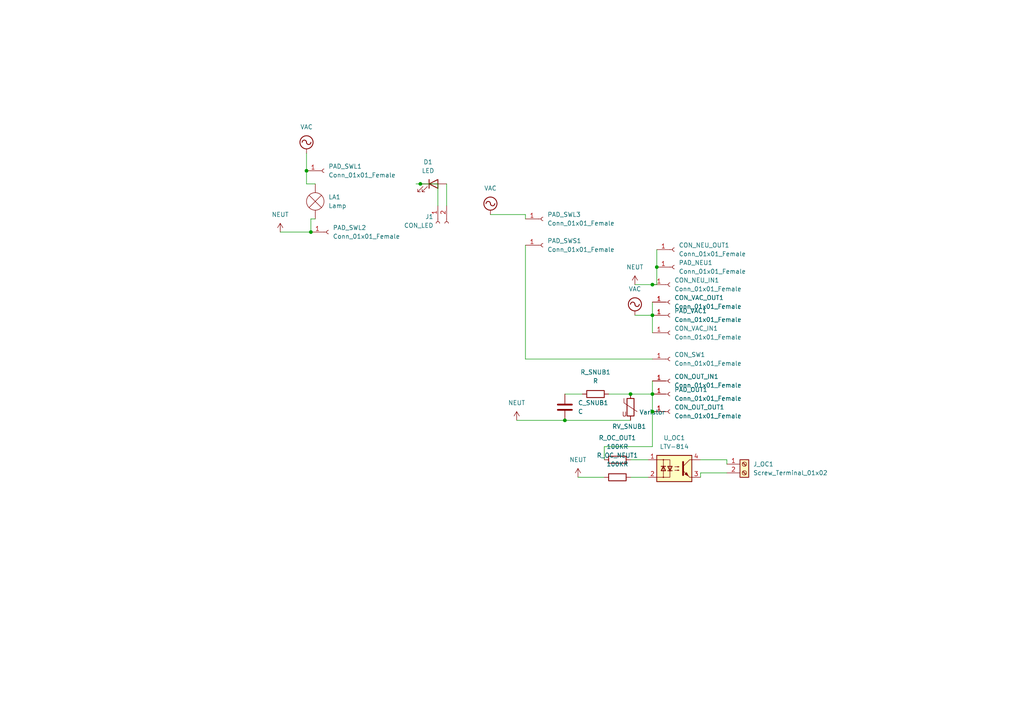
<source format=kicad_sch>
(kicad_sch (version 20231120) (generator "eeschema") (generator_version "8.0")
  (paper "A4")
  (lib_symbols
    (symbol "Connector:Conn_01x01_Female" (pin_names (offset 1.016) hide)
      (property "Reference" "J" (at 0 2.54 0))
      (property "Value" "Conn_01x01_Female" (at 0 -2.54 0))
      (symbol "Conn_01x01_Female_1_1"
        (polyline (pts (xy -1.27 0) (xy -0.508 0)) (stroke (width 0.1524)))
        (arc (start 0 0.508) (mid -0.5058 0) (end 0 -0.508) (stroke (width 0.1524)))
        (pin passive line (at -5.08 0 0) (length 3.81) (name "Pin_1") (number "1"))
      )
    )
    (symbol "Connector:Conn_01x02_Female" (pin_names (offset 1.016) hide)
      (property "Reference" "J" (at 0 2.54 0))
      (property "Value" "Conn_01x02_Female" (at 0 -5.08 0))
      (symbol "Conn_01x02_Female_1_1"
        (arc (start 0 -2.032) (mid -0.5058 -2.54) (end 0 -3.048) (stroke (width 0.1524)))
        (polyline (pts (xy -1.27 -2.54) (xy -0.508 -2.54)) (stroke (width 0.1524)))
        (polyline (pts (xy -1.27 0) (xy -0.508 0)) (stroke (width 0.1524)))
        (arc (start 0 0.508) (mid -0.5058 0) (end 0 -0.508) (stroke (width 0.1524)))
        (pin passive line (at -5.08 0 0) (length 3.81) (name "Pin_1") (number "1"))
        (pin passive line (at -5.08 -2.54 0) (length 3.81) (name "Pin_2") (number "2"))
      )
    )
    (symbol "Connector:Screw_Terminal_01x02" (pin_names (offset 1.016) hide)
      (property "Reference" "J" (at 0 2.54 0))
      (property "Value" "Screw_Terminal_01x02" (at 0 -5.08 0))
      (symbol "Screw_Terminal_01x02_1_1"
        (rectangle (start -1.27 1.27) (end 1.27 -3.81) (stroke (width 0.254)) (fill (type background)))
        (circle (center 0 -2.54) (radius 0.635) (stroke (width 0.1524)))
        (polyline (pts (xy -0.5334 -2.2098) (xy 0.3302 -3.048)) (stroke (width 0.1524)))
        (polyline (pts (xy -0.5334 0.3302) (xy 0.3302 -0.508)) (stroke (width 0.1524)))
        (polyline (pts (xy -0.3556 -2.032) (xy 0.508 -2.8702)) (stroke (width 0.1524)))
        (polyline (pts (xy -0.3556 0.508) (xy 0.508 -0.3302)) (stroke (width 0.1524)))
        (circle (center 0 0) (radius 0.635) (stroke (width 0.1524)))
        (pin passive line (at -5.08 0 0) (length 3.81) (name "Pin_1") (number "1"))
        (pin passive line (at -5.08 -2.54 0) (length 3.81) (name "Pin_2") (number "2"))
      )
    )
    (symbol "Device:C" (pin_numbers hide) (pin_names (offset 0.254))
      (property "Reference" "C" (at 0.635 2.54 0))
      (property "Value" "C" (at 0.635 -2.54 0))
      (symbol "C_0_1"
        (polyline (pts (xy -2.032 -0.762) (xy 2.032 -0.762)) (stroke (width 0.508)))
        (polyline (pts (xy -2.032 0.762) (xy 2.032 0.762)) (stroke (width 0.508)))
      )
      (symbol "C_1_1"
        (pin passive line (at 0 3.81 270) (length 2.794) (name "~") (number "1"))
        (pin passive line (at 0 -3.81 90) (length 2.794) (name "~") (number "2"))
      )
    )
    (symbol "Device:LED" (pin_numbers hide) (pin_names (offset 1.016) hide)
      (property "Reference" "D" (at 0 2.54 0))
      (property "Value" "LED" (at 0 -2.54 0))
      (symbol "LED_0_1"
        (polyline (pts (xy -1.27 -1.27) (xy -1.27 1.27)) (stroke (width 0.254)))
        (polyline (pts (xy -1.27 0) (xy 1.27 0)))
        (polyline (pts (xy 1.27 -1.27) (xy 1.27 1.27) (xy -1.27 0) (xy 1.27 -1.27)) (stroke (width 0.254)))
        (polyline (pts (xy -3.048 -0.762) (xy -4.572 -2.286) (xy -3.81 -2.286) (xy -4.572 -2.286) (xy -4.572 -1.524)))
        (polyline (pts (xy -1.778 -0.762) (xy -3.302 -2.286) (xy -2.54 -2.286) (xy -3.302 -2.286) (xy -3.302 -1.524)))
      )
      (symbol "LED_1_1"
        (pin passive line (at -3.81 0 0) (length 2.54) (name "K") (number "1"))
        (pin passive line (at 3.81 0 180) (length 2.54) (name "A") (number "2"))
      )
    )
    (symbol "Device:Lamp" (pin_numbers hide) (pin_names (offset 0.0254) hide)
      (property "Reference" "LA" (at 0.635 3.81 0))
      (property "Value" "Lamp" (at 0.635 -3.81 0))
      (symbol "Lamp_0_1"
        (polyline (pts (xy -1.778 1.778) (xy 1.778 -1.778)))
        (polyline (pts (xy 1.778 1.778) (xy -1.778 -1.778)))
        (circle (center 0 0) (radius 2.54))
      )
      (symbol "Lamp_1_1"
        (pin passive line (at 0 -5.08 90) (length 2.54) (name "-") (number "1"))
        (pin passive line (at 0 5.08 270) (length 2.54) (name "+") (number "2"))
      )
    )
    (symbol "Device:R" (pin_numbers hide) (pin_names (offset 0))
      (property "Reference" "R" (at 2.032 0 90))
      (property "Value" "R" (at 0 0 90))
      (symbol "R_0_1"
        (rectangle (start -1.016 -2.54) (end 1.016 2.54) (stroke (width 0.254)))
      )
      (symbol "R_1_1"
        (pin passive line (at 0 3.81 270) (length 1.27) (name "~") (number "1"))
        (pin passive line (at 0 -3.81 90) (length 1.27) (name "~") (number "2"))
      )
    )
    (symbol "Device:Varistor" (pin_numbers hide) (pin_names (offset 0))
      (property "Reference" "RV" (at 3.175 0 90))
      (property "Value" "Varistor" (at -3.175 0 90))
      (symbol "Varistor_0_0"
        (text "U" (at -1.778 -2.032 0) (effects (font (size 1.27 1.27))))
      )
      (symbol "Varistor_0_1"
        (rectangle (start -1.016 -2.54) (end 1.016 2.54) (stroke (width 0.254)))
        (polyline (pts (xy -1.905 2.54) (xy -1.905 1.27) (xy 1.905 -1.27)))
      )
      (symbol "Varistor_1_1"
        (pin passive line (at 0 3.81 270) (length 1.27) (name "~") (number "1"))
        (pin passive line (at 0 -3.81 90) (length 1.27) (name "~") (number "2"))
      )
    )
    (symbol "Isolator:LTV-814" (pin_names (offset 1.016))
      (property "Reference" "U" (at -5.08 5.08 0))
      (property "Value" "LTV-814" (at 0 5.08 0))
      (symbol "LTV-814_0_1"
        (rectangle (start -5.08 3.81) (end 5.08 -3.81) (stroke (width 0.254)) (fill (type background)))
        (circle (center -3.175 -2.54) (radius 0.127))
        (circle (center -3.175 2.54) (radius 0.127))
        (polyline (pts (xy -3.175 2.54) (xy -3.175 -2.54)))
        (polyline (pts (xy -1.905 -0.635) (xy -0.635 -0.635)) (stroke (width 0.254)))
        (polyline (pts (xy 2.54 0.635) (xy 4.445 2.54)))
        (polyline (pts (xy 4.445 -2.54) (xy 2.54 -0.635)) (fill (type outline)))
        (polyline (pts (xy 4.445 -2.54) (xy 5.08 -2.54)))
        (polyline (pts (xy 4.445 2.54) (xy 5.08 2.54)))
        (polyline (pts (xy -5.08 2.54) (xy -1.27 2.54) (xy -1.27 -0.762)))
        (polyline (pts (xy -1.27 -0.635) (xy -1.27 -2.54) (xy -5.08 -2.54)))
        (polyline (pts (xy 2.54 1.905) (xy 2.54 -1.905) (xy 2.54 -1.905)) (stroke (width 0.508)))
        (polyline (pts (xy -1.27 -0.635) (xy -1.905 0.635) (xy -0.635 0.635) (xy -1.27 -0.635)) (stroke (width 0.254)))
        (polyline (pts (xy 0.127 -0.508) (xy 1.397 -0.508) (xy 1.016 -0.635) (xy 1.016 -0.381) (xy 1.397 -0.508)))
        (polyline (pts (xy 0.127 0.508) (xy 1.397 0.508) (xy 1.016 0.381) (xy 1.016 0.635) (xy 1.397 0.508)))
        (polyline (pts (xy 3.048 -1.651) (xy 3.556 -1.143) (xy 4.064 -2.159) (xy 3.048 -1.651) (xy 3.048 -1.651)) (fill (type outline)))
      )
      (symbol "LTV-814_1_1"
        (polyline (pts (xy -3.81 0.635) (xy -2.54 0.635)) (stroke (width 0.254)))
        (polyline (pts (xy -3.175 0.635) (xy -3.81 -0.635) (xy -2.54 -0.635) (xy -3.175 0.635)) (stroke (width 0.254)))
        (pin passive line (at -7.62 2.54 0) (length 2.54) (name "~") (number "1"))
        (pin passive line (at -7.62 -2.54 0) (length 2.54) (name "~") (number "2"))
        (pin passive line (at 7.62 -2.54 180) (length 2.54) (name "~") (number "3"))
        (pin passive line (at 7.62 2.54 180) (length 2.54) (name "~") (number "4"))
      )
    )
    (symbol "power:NEUT" (power) (pin_names (offset 0))
      (property "Value" "NEUT" (at 0 3.81 0))
      (symbol "NEUT_0_1"
        (polyline (pts (xy -0.762 1.27) (xy 0 2.54)))
        (polyline (pts (xy 0 0) (xy 0 2.54)))
        (polyline (pts (xy 0 2.54) (xy 0.762 1.27)))
      )
      (symbol "NEUT_1_1"
        (pin power_in line (at 0 0 90) (length 0) hide (name "NEUT") (number "1"))
      )
    )
    (symbol "power:VAC" (power) (pin_names (offset 0))
      (property "Value" "VAC" (at 0 6.35 0))
      (symbol "VAC_0_1"
        (polyline (pts (xy 0 0) (xy 0 1.27)))
        (arc (start 0 3.175) (mid -0.635 3.8072) (end -1.27 3.175) (stroke (width 0.254)))
        (arc (start 0 3.175) (mid 0.635 2.5427) (end 1.27 3.175) (stroke (width 0.254)))
        (circle (center 0 3.175) (radius 1.905) (stroke (width 0.254)))
      )
      (symbol "VAC_1_1"
        (pin power_in line (at 0 0 90) (length 0) hide (name "VAC") (number "1"))
      )
    )
  )
  (junction (at 190.5 77.47))
  (junction (at 189.23 82.55))
  (junction (at 189.23 119.38))
  (junction (at 90.17 67.31))
  (junction (at 121.92 53.34))
  (junction (at 189.23 91.44))
  (junction (at 88.9 49.53))
  (junction (at 189.23 114.3))
  (junction (at 182.88 114.3))
  (junction (at 163.83 121.92))
  (wire (pts (xy 88.9 44.45) (xy 88.9 49.53)))
  (wire (pts (xy 189.23 119.38) (xy 189.23 129.54)))
  (wire (pts (xy 184.15 91.44) (xy 189.23 91.44)))
  (wire (pts (xy 189.23 114.3) (xy 189.23 119.38)))
  (wire (pts (xy 190.5 77.47) (xy 190.5 82.55)))
  (wire (pts (xy 88.9 49.53) (xy 88.9 53.34)))
  (wire (pts (xy 167.64 138.43) (xy 175.26 138.43)))
  (wire (pts (xy 91.44 63.5) (xy 90.17 63.5)))
  (wire (pts (xy 175.26 129.54) (xy 175.26 133.35)))
  (wire (pts (xy 129.54 53.34) (xy 129.54 59.69)))
  (wire (pts (xy 189.23 96.52) (xy 189.23 91.44)))
  (wire (pts (xy 121.92 53.34) (xy 127 53.34)))
  (wire (pts (xy 210.82 133.35) (xy 210.82 134.62)))
  (wire (pts (xy 184.15 82.55) (xy 189.23 82.55)))
  (wire (pts (xy 81.28 67.31) (xy 90.17 67.31)))
  (wire (pts (xy 142.24 62.23) (xy 152.4 62.23)))
  (wire (pts (xy 182.88 138.43) (xy 187.96 138.43)))
  (wire (pts (xy 176.53 114.3) (xy 182.88 114.3)))
  (wire (pts (xy 163.83 114.3) (xy 168.91 114.3)))
  (wire (pts (xy 149.86 121.92) (xy 163.83 121.92)))
  (wire (pts (xy 189.23 110.49) (xy 189.23 114.3)))
  (wire (pts (xy 163.83 121.92) (xy 182.88 121.92)))
  (wire (pts (xy 203.2 133.35) (xy 210.82 133.35)))
  (wire (pts (xy 190.5 82.55) (xy 189.23 82.55)))
  (wire (pts (xy 189.23 87.63) (xy 189.23 91.44)))
  (wire (pts (xy 182.88 114.3) (xy 189.23 114.3)))
  (wire (pts (xy 88.9 53.34) (xy 91.44 53.34)))
  (wire (pts (xy 120.65 53.34) (xy 121.92 53.34)))
  (wire (pts (xy 127 53.34) (xy 127 59.69)))
  (wire (pts (xy 152.4 62.23) (xy 152.4 63.5)))
  (wire (pts (xy 210.82 137.16) (xy 203.2 137.16)))
  (wire (pts (xy 190.5 72.39) (xy 190.5 77.47)))
  (wire (pts (xy 182.88 133.35) (xy 187.96 133.35)))
  (wire (pts (xy 152.4 71.12) (xy 152.4 104.14)))
  (wire (pts (xy 90.17 63.5) (xy 90.17 67.31)))
  (wire (pts (xy 189.23 129.54) (xy 175.26 129.54)))
  (wire (pts (xy 203.2 137.16) (xy 203.2 138.43)))
  (wire (pts (xy 152.4 104.14) (xy 189.23 104.14)))
  (symbol (lib_id "Connector:Conn_01x01_Female") (at 194.31 96.52 0) (unit 1)
    (property "Reference" "CON_VAC_IN1" (at 195.58 95.2499 0) (effects (justify left)))
    (property "Value" "Conn_01x01_Female" (at 195.58 97.7899 0) (effects (justify left)))
    (property "Footprint" "Connector_Wire:SolderWire-0.75sqmm_1x01_D1.25mm_OD3.5mm" (effects (hide yes)))
    (property "Description" "Generic connector, single row, 01x01, script generated (kicad-library-utils/schlib/autogen/connector/)" (effects (hide yes)))
  )
  (symbol (lib_id "Connector:Conn_01x01_Female") (at 194.31 119.38 0) (unit 1)
    (property "Reference" "CON_OUT_OUT1" (at 195.58 118.1099 0) (effects (justify left)))
    (property "Value" "Conn_01x01_Female" (at 195.58 120.6499 0) (effects (justify left)))
    (property "Footprint" "Connector_Wire:SolderWire-0.75sqmm_1x01_D1.25mm_OD3.5mm" (effects (hide yes)))
    (property "Description" "Generic connector, single row, 01x01, script generated (kicad-library-utils/schlib/autogen/connector/)" (effects (hide yes)))
  )
  (symbol (lib_id "power:NEUT") (at 167.64 138.43 0) (unit 1)
    (property "Reference" "#PWR07" (effects (hide yes)))
    (property "Value" "NEUT" (at 167.64 133.35 0))
    (property "Description" "Power symbol creates a global label with name \"NEUT\"" (effects (hide yes)))
  )
  (symbol (lib_id "Device:R") (at 179.07 133.35 270) (unit 1)
    (property "Reference" "R_OC_OUT1" (at 179.07 127 90))
    (property "Value" "100KR" (at 179.07 129.54 90))
    (property "Footprint" "Resistor_THT:R_Axial_DIN0617_L17.0mm_D6.0mm_P20.32mm_Horizontal" (effects (hide yes)))
    (property "Description" "Resistor" (effects (hide yes)))
  )
  (symbol (lib_id "Device:LED") (at 125.73 53.34 0) (unit 1)
    (property "Reference" "D1" (at 124.1425 46.99 0))
    (property "Value" "LED" (at 124.1425 49.53 0))
    (property "Footprint" "LED_THT:LED_D5.0mm" (effects (hide yes)))
    (property "Description" "Light emitting diode" (effects (hide yes)))
  )
  (symbol (lib_id "power:NEUT") (at 81.28 67.31 0) (unit 1)
    (property "Reference" "#PWR01" (effects (hide yes)))
    (property "Value" "NEUT" (at 81.28 62.23 0))
    (property "Description" "Power symbol creates a global label with name \"NEUT\"" (effects (hide yes)))
  )
  (symbol (lib_id "Connector:Conn_01x01_Female") (at 93.98 49.53 0) (unit 1)
    (property "Reference" "PAD_SWL1" (at 95.25 48.2599 0) (effects (justify left)))
    (property "Value" "Conn_01x01_Female" (at 95.25 50.7999 0) (effects (justify left)))
    (property "Footprint" "Connector_Wire:SolderWirePad_1x01_SMD_5x10mm" (effects (hide yes)))
    (property "Description" "Generic connector, single row, 01x01, script generated (kicad-library-utils/schlib/autogen/connector/)" (effects (hide yes)))
  )
  (symbol (lib_id "power:VAC") (at 88.9 44.45 0) (unit 1)
    (property "Reference" "#PWR03" (effects (hide yes)))
    (property "Value" "VAC" (at 88.9 36.83 0))
    (property "Description" "Power symbol creates a global label with name \"VAC\"" (effects (hide yes)))
  )
  (symbol (lib_id "Connector:Conn_01x02_Female") (at 127 64.77 90) (mirror x) (unit 1)
    (property "Reference" "J1" (at 125.73 62.8649 90) (effects (justify left)))
    (property "Value" "CON_LED" (at 125.73 65.4049 90) (effects (justify left)))
    (property "Footprint" "Connector_PinHeader_2.54mm:PinHeader_1x02_P2.54mm_Vertical" (effects (hide yes)))
    (property "Description" "Generic connector, single row, 01x02, script generated (kicad-library-utils/schlib/autogen/connector/)" (effects (hide yes)))
  )
  (symbol (lib_id "Device:Lamp") (at 91.44 58.42 0) (unit 1)
    (property "Reference" "LA1" (at 95.25 57.1499 0) (effects (justify left)))
    (property "Value" "Lamp" (at 95.25 59.6899 0) (effects (justify left)))
    (property "Description" "Lamp" (effects (hide yes)))
  )
  (symbol (lib_id "Device:R") (at 179.07 138.43 270) (unit 1)
    (property "Reference" "R_OC_NEUT1" (at 179.07 132.08 90))
    (property "Value" "100KR" (at 179.07 134.62 90))
    (property "Footprint" "Resistor_THT:R_Axial_DIN0617_L17.0mm_D6.0mm_P20.32mm_Horizontal" (effects (hide yes)))
    (property "Description" "Resistor" (effects (hide yes)))
  )
  (symbol (lib_id "Connector:Conn_01x01_Female") (at 157.48 71.12 0) (unit 1)
    (property "Reference" "PAD_SWS1" (at 158.75 69.8499 0) (effects (justify left)))
    (property "Value" "Conn_01x01_Female" (at 158.75 72.3899 0) (effects (justify left)))
    (property "Footprint" "Connector_Wire:SolderWirePad_1x01_SMD_5x10mm" (effects (hide yes)))
    (property "Description" "Generic connector, single row, 01x01, script generated (kicad-library-utils/schlib/autogen/connector/)" (effects (hide yes)))
  )
  (symbol (lib_id "Connector:Conn_01x01_Female") (at 195.58 77.47 0) (unit 1)
    (property "Reference" "PAD_NEU1" (at 196.85 76.1999 0) (effects (justify left)))
    (property "Value" "Conn_01x01_Female" (at 196.85 78.7399 0) (effects (justify left)))
    (property "Footprint" "Connector_Wire:SolderWirePad_1x01_SMD_5x10mm" (effects (hide yes)))
    (property "Description" "Generic connector, single row, 01x01, script generated (kicad-library-utils/schlib/autogen/connector/)" (effects (hide yes)))
  )
  (symbol (lib_id "Connector:Conn_01x01_Female") (at 194.31 82.55 0) (unit 1)
    (property "Reference" "CON_NEU_IN1" (at 195.58 81.2799 0) (effects (justify left)))
    (property "Value" "Conn_01x01_Female" (at 195.58 83.8199 0) (effects (justify left)))
    (property "Footprint" "Connector_Wire:SolderWire-0.75sqmm_1x01_D1.25mm_OD3.5mm" (effects (hide yes)))
    (property "Description" "Generic connector, single row, 01x01, script generated (kicad-library-utils/schlib/autogen/connector/)" (effects (hide yes)))
  )
  (symbol (lib_id "Connector:Conn_01x01_Female") (at 95.25 67.31 0) (unit 1)
    (property "Reference" "PAD_SWL2" (at 96.52 66.0399 0) (effects (justify left)))
    (property "Value" "Conn_01x01_Female" (at 96.52 68.5799 0) (effects (justify left)))
    (property "Footprint" "Connector_Wire:SolderWirePad_1x01_SMD_5x10mm" (effects (hide yes)))
    (property "Description" "Generic connector, single row, 01x01, script generated (kicad-library-utils/schlib/autogen/connector/)" (effects (hide yes)))
  )
  (symbol (lib_id "Connector:Conn_01x01_Female") (at 194.31 104.14 0) (unit 1)
    (property "Reference" "CON_SW1" (at 195.58 102.8699 0) (effects (justify left)))
    (property "Value" "Conn_01x01_Female" (at 195.58 105.4099 0) (effects (justify left)))
    (property "Footprint" "Connector_Wire:SolderWire-0.75sqmm_1x01_D1.25mm_OD3.5mm" (effects (hide yes)))
    (property "Description" "Generic connector, single row, 01x01, script generated (kicad-library-utils/schlib/autogen/connector/)" (effects (hide yes)))
  )
  (symbol (lib_id "Connector:Conn_01x01_Female") (at 194.31 87.63 0) (unit 1)
    (property "Reference" "CON_VAC_OUT1" (at 195.58 86.3599 0) (effects (justify left)))
    (property "Value" "Conn_01x01_Female" (at 195.58 88.8999 0) (effects (justify left)))
    (property "Footprint" "Connector_Wire:SolderWire-0.75sqmm_1x01_D1.25mm_OD3.5mm" (effects (hide yes)))
    (property "Description" "Generic connector, single row, 01x01, script generated (kicad-library-utils/schlib/autogen/connector/)" (effects (hide yes)))
  )
  (symbol (lib_id "Connector:Conn_01x01_Female") (at 194.31 110.49 0) (unit 1)
    (property "Reference" "CON_OUT_IN1" (at 195.58 109.2199 0) (effects (justify left)))
    (property "Value" "Conn_01x01_Female" (at 195.58 111.7599 0) (effects (justify left)))
    (property "Footprint" "Connector_Wire:SolderWire-0.75sqmm_1x01_D1.25mm_OD3.5mm" (effects (hide yes)))
    (property "Description" "Generic connector, single row, 01x01, script generated (kicad-library-utils/schlib/autogen/connector/)" (effects (hide yes)))
  )
  (symbol (lib_id "Connector:Screw_Terminal_01x02") (at 215.9 134.62 0) (unit 1)
    (property "Reference" "J_OC1" (at 218.44 134.6199 0) (effects (justify left)))
    (property "Value" "Screw_Terminal_01x02" (at 218.44 137.1599 0) (effects (justify left)))
    (property "Footprint" "TerminalBlock:TerminalBlock_Altech_AK300-2_P5.00mm" (effects (hide yes)))
  )
  (symbol (lib_id "Device:R") (at 172.72 114.3 270) (unit 1)
    (property "Reference" "R_SNUB1" (at 172.72 107.95 90))
    (property "Value" "R" (at 172.72 110.49 90))
    (property "Footprint" "Resistor_THT:R_Axial_DIN0617_L17.0mm_D6.0mm_P20.32mm_Horizontal" (effects (hide yes)))
    (property "Description" "Resistor" (effects (hide yes)))
  )
  (symbol (lib_id "Device:Varistor") (at 182.88 118.11 0) (unit 1)
    (property "Reference" "RV_SNUB1" (at 177.546 123.698 0) (effects (justify left)))
    (property "Value" "Varistor" (at 185.42 119.5732 0) (effects (justify left)))
    (property "Footprint" "Varistor:RV_Disc_D12mm_W3.9mm_P7.5mm" (effects (hide yes)))
    (property "Description" "Voltage dependent resistor" (effects (hide yes)))
  )
  (symbol (lib_id "power:VAC") (at 184.15 91.44 0) (unit 1)
    (property "Reference" "#PWR05" (effects (hide yes)))
    (property "Value" "VAC" (at 184.15 83.82 0))
    (property "Description" "Power symbol creates a global label with name \"VAC\"" (effects (hide yes)))
  )
  (symbol (lib_id "Connector:Conn_01x01_Female") (at 194.31 91.44 0) (unit 1)
    (property "Reference" "PAD_VAC1" (at 195.58 90.1699 0) (effects (justify left)))
    (property "Value" "Conn_01x01_Female" (at 195.58 92.7099 0) (effects (justify left)))
    (property "Footprint" "Connector_Wire:SolderWirePad_1x01_SMD_5x10mm" (effects (hide yes)))
    (property "Description" "Generic connector, single row, 01x01, script generated (kicad-library-utils/schlib/autogen/connector/)" (effects (hide yes)))
  )
  (symbol (lib_id "Connector:Conn_01x01_Female") (at 195.58 72.39 0) (unit 1)
    (property "Reference" "CON_NEU_OUT1" (at 196.85 71.1199 0) (effects (justify left)))
    (property "Value" "Conn_01x01_Female" (at 196.85 73.6599 0) (effects (justify left)))
    (property "Footprint" "Connector_Wire:SolderWire-0.75sqmm_1x01_D1.25mm_OD3.5mm" (effects (hide yes)))
    (property "Description" "Generic connector, single row, 01x01, script generated (kicad-library-utils/schlib/autogen/connector/)" (effects (hide yes)))
  )
  (symbol (lib_id "Connector:Conn_01x01_Female") (at 157.48 63.5 0) (unit 1)
    (property "Reference" "PAD_SWL3" (at 158.75 62.2299 0) (effects (justify left)))
    (property "Value" "Conn_01x01_Female" (at 158.75 64.7699 0) (effects (justify left)))
    (property "Footprint" "Connector_Wire:SolderWirePad_1x01_SMD_5x10mm" (effects (hide yes)))
    (property "Description" "Generic connector, single row, 01x01, script generated (kicad-library-utils/schlib/autogen/connector/)" (effects (hide yes)))
  )
  (symbol (lib_id "Device:C") (at 163.83 118.11 0) (unit 1)
    (property "Reference" "C_SNUB1" (at 167.64 116.8399 0) (effects (justify left)))
    (property "Value" "C" (at 167.64 119.3799 0) (effects (justify left)))
    (property "Footprint" "Capacitor_THT:CP_Axial_L10.0mm_D6.0mm_P15.00mm_Horizontal" (effects (hide yes)))
    (property "Description" "Unpolarized capacitor" (effects (hide yes)))
  )
  (symbol (lib_id "power:VAC") (at 142.24 62.23 0) (unit 1)
    (property "Reference" "#PWR02" (effects (hide yes)))
    (property "Value" "VAC" (at 142.24 54.61 0))
    (property "Description" "Power symbol creates a global label with name \"VAC\"" (effects (hide yes)))
  )
  (symbol (lib_id "power:NEUT") (at 149.86 121.92 0) (unit 1)
    (property "Reference" "#PWR06" (effects (hide yes)))
    (property "Value" "NEUT" (at 149.86 116.84 0))
    (property "Description" "Power symbol creates a global label with name \"NEUT\"" (effects (hide yes)))
  )
  (symbol (lib_id "power:NEUT") (at 184.15 82.55 0) (unit 1)
    (property "Reference" "#PWR04" (effects (hide yes)))
    (property "Value" "NEUT" (at 184.15 77.47 0))
    (property "Description" "Power symbol creates a global label with name \"NEUT\"" (effects (hide yes)))
  )
  (symbol (lib_id "Isolator:LTV-814") (at 195.58 135.89 0) (unit 1)
    (property "Reference" "U_OC1" (at 195.58 127 0))
    (property "Value" "LTV-814" (at 195.58 129.54 0))
    (property "Footprint" "Package_DIP:DIP-4_W7.62mm" (effects (hide yes)))
    (property "Datasheet" "https://optoelectronics.liteon.com/upload/download/DS-70-96-0013/LTV-8X4%20series%20201509.pdf" (effects (hide yes)))
    (property "Description" "AC/DC Optocoupler, Vce 35V, CTR 20%, DIP4" (effects (hide yes)))
  )
  (symbol (lib_id "Connector:Conn_01x01_Female") (at 194.31 114.3 0) (unit 1)
    (property "Reference" "PAD_OUT1" (at 195.58 113.0299 0) (effects (justify left)))
    (property "Value" "Conn_01x01_Female" (at 195.58 115.5699 0) (effects (justify left)))
    (property "Footprint" "Connector_Wire:SolderWirePad_1x01_SMD_5x10mm" (effects (hide yes)))
    (property "Description" "Generic connector, single row, 01x01, script generated (kicad-library-utils/schlib/autogen/connector/)" (effects (hide yes)))
  )
)
</source>
